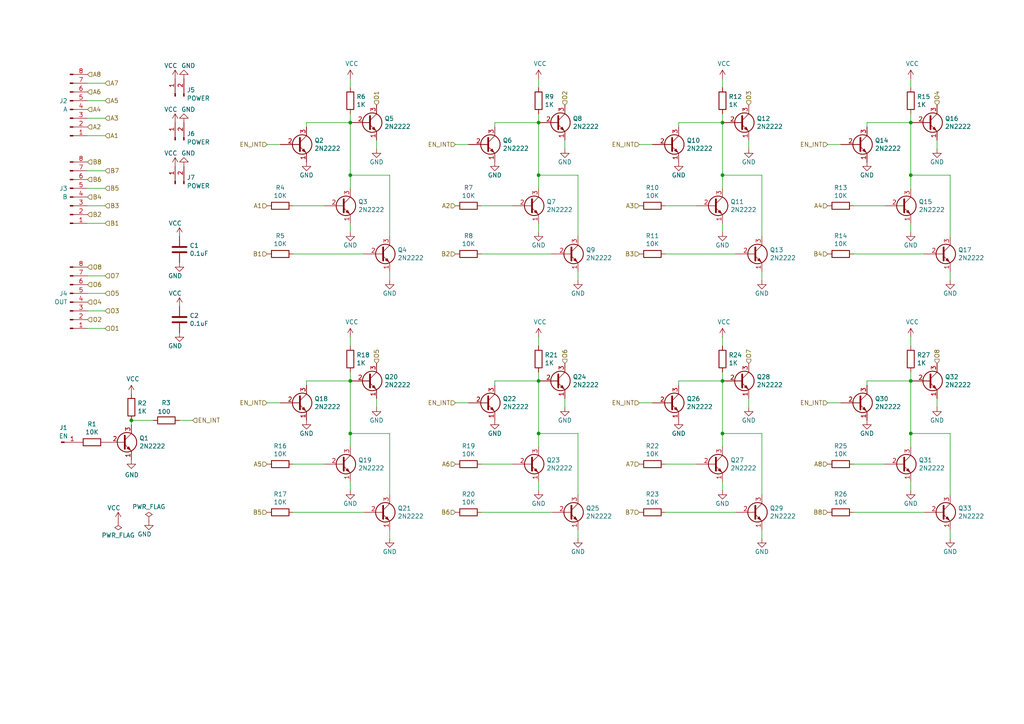
<source format=kicad_sch>
(kicad_sch (version 20230121) (generator eeschema)
  (paper "A4")
  (title_block (title "8-bit OR with Bus Output") (date "2023-09-21") (rev "1"))
  (lib_symbols
    (symbol "2n2222:2N2222" (pin_names (offset 0) hide)
      (property "Reference" "Q" (at 5.08 1.905 0))
      (property "Value" "2N2222" (at 5.08 0 0))
      (symbol "2N2222_0_1"
        (polyline (pts (xy 0.635 0.635) (xy 2.54 2.54)))
        (polyline (pts (xy 0.635 -0.635) (xy 2.54 -2.54) (xy 2.54 -2.54)))
        (polyline (pts (xy 0.635 1.905) (xy 0.635 -1.905) (xy 0.635 -1.905)) (stroke (width 0.508)))
        (polyline (pts (xy 1.27 -1.778) (xy 1.778 -1.27) (xy 2.286 -2.286) (xy 1.27 -1.778) (xy 1.27 -1.778)) (fill (type outline)))
        (circle (center 1.27 0) (radius 2.8194) (stroke (width 0.254)))
      )
      (symbol "2N2222_1_1"
        (pin passive line (at 2.54 -5.08 90) (length 2.54) (name "E") (number "1"))
        (pin passive line (at -5.08 0 0) (length 5.715) (name "B") (number "2"))
        (pin passive line (at 2.54 5.08 270) (length 2.54) (name "C") (number "3"))
      )
    )
    (symbol "Connector:Conn_01x01_Pin" (pin_names (offset 1.016) hide)
      (property "Reference" "J" (at 0 2.54 0))
      (property "Value" "Conn_01x01_Pin" (at 0 -2.54 0))
      (symbol "Conn_01x01_Pin_1_1"
        (polyline (pts (xy 1.27 0) (xy 0.8636 0)) (stroke (width 0.1524)))
        (rectangle (start 0.8636 0.127) (end 0 -0.127) (stroke (width 0.1524)) (fill (type outline)))
        (pin passive line (at 5.08 0 180) (length 3.81) (name "Pin_1") (number "1"))
      )
    )
    (symbol "Connector:Conn_01x02_Pin" (pin_names (offset 1.016) hide)
      (property "Reference" "J" (at 0 2.54 0))
      (property "Value" "Conn_01x02_Pin" (at 0 -5.08 0))
      (symbol "Conn_01x02_Pin_1_1"
        (polyline (pts (xy 1.27 -2.54) (xy 0.8636 -2.54)) (stroke (width 0.1524)))
        (polyline (pts (xy 1.27 0) (xy 0.8636 0)) (stroke (width 0.1524)))
        (rectangle (start 0.8636 -2.413) (end 0 -2.667) (stroke (width 0.1524)) (fill (type outline)))
        (rectangle (start 0.8636 0.127) (end 0 -0.127) (stroke (width 0.1524)) (fill (type outline)))
        (pin passive line (at 5.08 0 180) (length 3.81) (name "Pin_1") (number "1"))
        (pin passive line (at 5.08 -2.54 180) (length 3.81) (name "Pin_2") (number "2"))
      )
    )
    (symbol "Connector:Conn_01x08_Pin" (pin_names (offset 1.016) hide)
      (property "Reference" "J" (at 0 10.16 0))
      (property "Value" "Conn_01x08_Pin" (at 0 -12.7 0))
      (symbol "Conn_01x08_Pin_1_1"
        (polyline (pts (xy 1.27 -10.16) (xy 0.8636 -10.16)) (stroke (width 0.1524)))
        (polyline (pts (xy 1.27 -7.62) (xy 0.8636 -7.62)) (stroke (width 0.1524)))
        (polyline (pts (xy 1.27 -5.08) (xy 0.8636 -5.08)) (stroke (width 0.1524)))
        (polyline (pts (xy 1.27 -2.54) (xy 0.8636 -2.54)) (stroke (width 0.1524)))
        (polyline (pts (xy 1.27 0) (xy 0.8636 0)) (stroke (width 0.1524)))
        (polyline (pts (xy 1.27 2.54) (xy 0.8636 2.54)) (stroke (width 0.1524)))
        (polyline (pts (xy 1.27 5.08) (xy 0.8636 5.08)) (stroke (width 0.1524)))
        (polyline (pts (xy 1.27 7.62) (xy 0.8636 7.62)) (stroke (width 0.1524)))
        (rectangle (start 0.8636 -10.033) (end 0 -10.287) (stroke (width 0.1524)) (fill (type outline)))
        (rectangle (start 0.8636 -7.493) (end 0 -7.747) (stroke (width 0.1524)) (fill (type outline)))
        (rectangle (start 0.8636 -4.953) (end 0 -5.207) (stroke (width 0.1524)) (fill (type outline)))
        (rectangle (start 0.8636 -2.413) (end 0 -2.667) (stroke (width 0.1524)) (fill (type outline)))
        (rectangle (start 0.8636 0.127) (end 0 -0.127) (stroke (width 0.1524)) (fill (type outline)))
        (rectangle (start 0.8636 2.667) (end 0 2.413) (stroke (width 0.1524)) (fill (type outline)))
        (rectangle (start 0.8636 5.207) (end 0 4.953) (stroke (width 0.1524)) (fill (type outline)))
        (rectangle (start 0.8636 7.747) (end 0 7.493) (stroke (width 0.1524)) (fill (type outline)))
        (pin passive line (at 5.08 7.62 180) (length 3.81) (name "Pin_1") (number "1"))
        (pin passive line (at 5.08 5.08 180) (length 3.81) (name "Pin_2") (number "2"))
        (pin passive line (at 5.08 2.54 180) (length 3.81) (name "Pin_3") (number "3"))
        (pin passive line (at 5.08 0 180) (length 3.81) (name "Pin_4") (number "4"))
        (pin passive line (at 5.08 -2.54 180) (length 3.81) (name "Pin_5") (number "5"))
        (pin passive line (at 5.08 -5.08 180) (length 3.81) (name "Pin_6") (number "6"))
        (pin passive line (at 5.08 -7.62 180) (length 3.81) (name "Pin_7") (number "7"))
        (pin passive line (at 5.08 -10.16 180) (length 3.81) (name "Pin_8") (number "8"))
      )
    )
    (symbol "Device:C" (pin_numbers hide) (pin_names (offset 0.254))
      (property "Reference" "C" (at 0.635 2.54 0))
      (property "Value" "C" (at 0.635 -2.54 0))
      (symbol "C_0_1"
        (polyline (pts (xy -2.032 -0.762) (xy 2.032 -0.762)) (stroke (width 0.508)))
        (polyline (pts (xy -2.032 0.762) (xy 2.032 0.762)) (stroke (width 0.508)))
      )
      (symbol "C_1_1"
        (pin passive line (at 0 3.81 270) (length 2.794) (name "~") (number "1"))
        (pin passive line (at 0 -3.81 90) (length 2.794) (name "~") (number "2"))
      )
    )
    (symbol "Device:R" (pin_numbers hide) (pin_names (offset 0))
      (property "Reference" "R" (at 2.032 0 90))
      (property "Value" "R" (at 0 0 90))
      (symbol "R_0_1"
        (rectangle (start -1.016 -2.54) (end 1.016 2.54) (stroke (width 0.254)))
      )
      (symbol "R_1_1"
        (pin passive line (at 0 3.81 270) (length 1.27) (name "~") (number "1"))
        (pin passive line (at 0 -3.81 90) (length 1.27) (name "~") (number "2"))
      )
    )
    (symbol "power:GND" (power) (pin_names (offset 0))
      (property "Value" "GND" (at 0 -3.81 0))
      (symbol "GND_0_1"
        (polyline (pts (xy 0 0) (xy 0 -1.27) (xy 1.27 -1.27) (xy 0 -2.54) (xy -1.27 -1.27) (xy 0 -1.27)))
      )
      (symbol "GND_1_1"
        (pin power_in line (at 0 0 270) (length 0) hide (name "GND") (number "1"))
      )
    )
    (symbol "power:PWR_FLAG" (power) (pin_numbers hide) (pin_names (offset 0) hide)
      (property "Value" "PWR_FLAG" (at 0 3.81 0))
      (symbol "PWR_FLAG_0_0"
        (pin power_out line (at 0 0 90) (length 0) (name "pwr") (number "1"))
      )
      (symbol "PWR_FLAG_0_1"
        (polyline (pts (xy 0 0) (xy 0 1.27) (xy -1.016 1.905) (xy 0 2.54) (xy 1.016 1.905) (xy 0 1.27)))
      )
    )
    (symbol "power:VCC" (power) (pin_names (offset 0))
      (property "Value" "VCC" (at 0 3.81 0))
      (symbol "VCC_0_1"
        (polyline (pts (xy -0.762 1.27) (xy 0 2.54)))
        (polyline (pts (xy 0 0) (xy 0 2.54)))
        (polyline (pts (xy 0 2.54) (xy 0.762 1.27)))
      )
      (symbol "VCC_1_1"
        (pin power_in line (at 0 0 90) (length 0) hide (name "VCC") (number "1"))
      )
    )
  )
  (junction (at 209.55 50.8))
  (junction (at 264.16 50.8))
  (junction (at 101.6 110.49))
  (junction (at 264.16 35.56))
  (junction (at 209.55 125.73))
  (junction (at 101.6 50.8))
  (junction (at 156.21 50.8))
  (junction (at 38.1 121.92))
  (junction (at 101.6 125.73))
  (junction (at 209.55 110.49))
  (junction (at 264.16 110.49))
  (junction (at 209.55 35.56))
  (junction (at 156.21 125.73))
  (junction (at 264.16 125.73))
  (junction (at 101.6 35.56))
  (junction (at 156.21 35.56))
  (junction (at 156.21 110.49))
  (wire (pts (xy 196.85 35.56) (xy 196.85 36.83)))
  (wire (pts (xy 185.42 116.84) (xy 189.23 116.84)))
  (wire (pts (xy 156.21 110.49) (xy 143.51 110.49)))
  (wire (pts (xy 85.09 59.69) (xy 93.98 59.69)))
  (wire (pts (xy 271.78 40.64) (xy 271.78 43.18)))
  (wire (pts (xy 220.98 143.51) (xy 220.98 125.73)))
  (wire (pts (xy 209.55 97.79) (xy 209.55 100.33)))
  (wire (pts (xy 156.21 35.56) (xy 156.21 50.8)))
  (wire (pts (xy 101.6 125.73) (xy 101.6 129.54)))
  (wire (pts (xy 193.04 148.59) (xy 213.36 148.59)))
  (wire (pts (xy 217.17 40.64) (xy 217.17 43.18)))
  (wire (pts (xy 240.03 41.91) (xy 243.84 41.91)))
  (wire (pts (xy 163.83 40.64) (xy 163.83 43.18)))
  (wire (pts (xy 196.85 110.49) (xy 196.85 111.76)))
  (wire (pts (xy 275.59 143.51) (xy 275.59 125.73)))
  (wire (pts (xy 156.21 139.7) (xy 156.21 142.24)))
  (wire (pts (xy 264.16 110.49) (xy 264.16 125.73)))
  (wire (pts (xy 247.65 73.66) (xy 267.97 73.66)))
  (wire (pts (xy 156.21 110.49) (xy 156.21 125.73)))
  (wire (pts (xy 113.03 153.67) (xy 113.03 156.21)))
  (wire (pts (xy 101.6 97.79) (xy 101.6 100.33)))
  (wire (pts (xy 25.4 39.37) (xy 30.48 39.37)))
  (wire (pts (xy 139.7 59.69) (xy 148.59 59.69)))
  (wire (pts (xy 167.64 50.8) (xy 156.21 50.8)))
  (wire (pts (xy 25.4 80.01) (xy 30.48 80.01)))
  (wire (pts (xy 167.64 143.51) (xy 167.64 125.73)))
  (wire (pts (xy 85.09 134.62) (xy 93.98 134.62)))
  (wire (pts (xy 167.64 78.74) (xy 167.64 81.28)))
  (wire (pts (xy 101.6 64.77) (xy 101.6 67.31)))
  (wire (pts (xy 101.6 35.56) (xy 88.9 35.56)))
  (wire (pts (xy 77.47 41.91) (xy 81.28 41.91)))
  (wire (pts (xy 101.6 110.49) (xy 88.9 110.49)))
  (wire (pts (xy 156.21 107.95) (xy 156.21 110.49)))
  (wire (pts (xy 240.03 116.84) (xy 243.84 116.84)))
  (wire (pts (xy 220.98 78.74) (xy 220.98 81.28)))
  (wire (pts (xy 220.98 68.58) (xy 220.98 50.8)))
  (wire (pts (xy 101.6 110.49) (xy 101.6 125.73)))
  (wire (pts (xy 167.64 153.67) (xy 167.64 156.21)))
  (wire (pts (xy 156.21 22.86) (xy 156.21 25.4)))
  (wire (pts (xy 209.55 64.77) (xy 209.55 67.31)))
  (wire (pts (xy 85.09 148.59) (xy 105.41 148.59)))
  (wire (pts (xy 25.4 85.09) (xy 30.48 85.09)))
  (wire (pts (xy 109.22 115.57) (xy 109.22 118.11)))
  (wire (pts (xy 264.16 33.02) (xy 264.16 35.56)))
  (wire (pts (xy 88.9 110.49) (xy 88.9 111.76)))
  (wire (pts (xy 209.55 35.56) (xy 209.55 50.8)))
  (wire (pts (xy 275.59 78.74) (xy 275.59 81.28)))
  (wire (pts (xy 247.65 148.59) (xy 267.97 148.59)))
  (wire (pts (xy 88.9 35.56) (xy 88.9 36.83)))
  (wire (pts (xy 209.55 110.49) (xy 209.55 125.73)))
  (wire (pts (xy 25.4 34.29) (xy 30.48 34.29)))
  (wire (pts (xy 25.4 64.77) (xy 30.48 64.77)))
  (wire (pts (xy 251.46 110.49) (xy 251.46 111.76)))
  (wire (pts (xy 101.6 50.8) (xy 101.6 54.61)))
  (wire (pts (xy 113.03 78.74) (xy 113.03 81.28)))
  (wire (pts (xy 167.64 68.58) (xy 167.64 50.8)))
  (wire (pts (xy 113.03 125.73) (xy 101.6 125.73)))
  (wire (pts (xy 156.21 50.8) (xy 156.21 54.61)))
  (wire (pts (xy 52.07 121.92) (xy 55.88 121.92)))
  (wire (pts (xy 271.78 115.57) (xy 271.78 118.11)))
  (wire (pts (xy 275.59 50.8) (xy 264.16 50.8)))
  (wire (pts (xy 101.6 35.56) (xy 101.6 50.8)))
  (wire (pts (xy 251.46 35.56) (xy 251.46 36.83)))
  (wire (pts (xy 113.03 143.51) (xy 113.03 125.73)))
  (wire (pts (xy 109.22 40.64) (xy 109.22 43.18)))
  (wire (pts (xy 217.17 115.57) (xy 217.17 118.11)))
  (wire (pts (xy 209.55 22.86) (xy 209.55 25.4)))
  (wire (pts (xy 132.08 41.91) (xy 135.89 41.91)))
  (wire (pts (xy 156.21 64.77) (xy 156.21 67.31)))
  (wire (pts (xy 163.83 115.57) (xy 163.83 118.11)))
  (wire (pts (xy 113.03 68.58) (xy 113.03 50.8)))
  (wire (pts (xy 209.55 110.49) (xy 196.85 110.49)))
  (wire (pts (xy 264.16 50.8) (xy 264.16 54.61)))
  (wire (pts (xy 209.55 139.7) (xy 209.55 142.24)))
  (wire (pts (xy 193.04 59.69) (xy 201.93 59.69)))
  (wire (pts (xy 275.59 125.73) (xy 264.16 125.73)))
  (wire (pts (xy 264.16 97.79) (xy 264.16 100.33)))
  (wire (pts (xy 156.21 125.73) (xy 156.21 129.54)))
  (wire (pts (xy 220.98 153.67) (xy 220.98 156.21)))
  (wire (pts (xy 85.09 73.66) (xy 105.41 73.66)))
  (wire (pts (xy 25.4 95.25) (xy 30.48 95.25)))
  (wire (pts (xy 139.7 148.59) (xy 160.02 148.59)))
  (wire (pts (xy 139.7 73.66) (xy 160.02 73.66)))
  (wire (pts (xy 264.16 35.56) (xy 264.16 50.8)))
  (wire (pts (xy 25.4 54.61) (xy 30.48 54.61)))
  (wire (pts (xy 209.55 35.56) (xy 196.85 35.56)))
  (wire (pts (xy 247.65 134.62) (xy 256.54 134.62)))
  (wire (pts (xy 264.16 107.95) (xy 264.16 110.49)))
  (wire (pts (xy 101.6 33.02) (xy 101.6 35.56)))
  (wire (pts (xy 209.55 50.8) (xy 209.55 54.61)))
  (wire (pts (xy 132.08 116.84) (xy 135.89 116.84)))
  (wire (pts (xy 143.51 110.49) (xy 143.51 111.76)))
  (wire (pts (xy 275.59 153.67) (xy 275.59 156.21)))
  (wire (pts (xy 25.4 24.13) (xy 30.48 24.13)))
  (wire (pts (xy 101.6 107.95) (xy 101.6 110.49)))
  (wire (pts (xy 220.98 125.73) (xy 209.55 125.73)))
  (wire (pts (xy 264.16 64.77) (xy 264.16 67.31)))
  (wire (pts (xy 143.51 35.56) (xy 143.51 36.83)))
  (wire (pts (xy 77.47 116.84) (xy 81.28 116.84)))
  (wire (pts (xy 101.6 22.86) (xy 101.6 25.4)))
  (wire (pts (xy 101.6 139.7) (xy 101.6 142.24)))
  (wire (pts (xy 193.04 73.66) (xy 213.36 73.66)))
  (wire (pts (xy 264.16 22.86) (xy 264.16 25.4)))
  (wire (pts (xy 25.4 59.69) (xy 30.48 59.69)))
  (wire (pts (xy 185.42 41.91) (xy 189.23 41.91)))
  (wire (pts (xy 25.4 29.21) (xy 30.48 29.21)))
  (wire (pts (xy 193.04 134.62) (xy 201.93 134.62)))
  (wire (pts (xy 220.98 50.8) (xy 209.55 50.8)))
  (wire (pts (xy 209.55 107.95) (xy 209.55 110.49)))
  (wire (pts (xy 167.64 125.73) (xy 156.21 125.73)))
  (wire (pts (xy 264.16 125.73) (xy 264.16 129.54)))
  (wire (pts (xy 209.55 125.73) (xy 209.55 129.54)))
  (wire (pts (xy 264.16 110.49) (xy 251.46 110.49)))
  (wire (pts (xy 264.16 139.7) (xy 264.16 142.24)))
  (wire (pts (xy 113.03 50.8) (xy 101.6 50.8)))
  (wire (pts (xy 275.59 68.58) (xy 275.59 50.8)))
  (wire (pts (xy 209.55 33.02) (xy 209.55 35.56)))
  (wire (pts (xy 156.21 33.02) (xy 156.21 35.56)))
  (wire (pts (xy 139.7 134.62) (xy 148.59 134.62)))
  (wire (pts (xy 25.4 49.53) (xy 30.48 49.53)))
  (wire (pts (xy 247.65 59.69) (xy 256.54 59.69)))
  (wire (pts (xy 38.1 123.19) (xy 38.1 121.92)))
  (wire (pts (xy 25.4 90.17) (xy 30.48 90.17)))
  (wire (pts (xy 156.21 97.79) (xy 156.21 100.33)))
  (wire (pts (xy 156.21 35.56) (xy 143.51 35.56)))
  (wire (pts (xy 38.1 121.92) (xy 44.45 121.92)))
  (wire (pts (xy 264.16 35.56) (xy 251.46 35.56)))
  (hierarchical_label "EN_INT" (shape input) (at 240.03 41.91 180))
  (hierarchical_label "B1" (shape input) (at 77.47 73.66 180))
  (hierarchical_label "B4" (shape input) (at 25.4 57.15 0))
  (hierarchical_label "A6" (shape input) (at 25.4 26.67 0))
  (hierarchical_label "B6" (shape input) (at 132.08 148.59 180))
  (hierarchical_label "B3" (shape input) (at 185.42 73.66 180))
  (hierarchical_label "EN_INT" (shape input) (at 132.08 41.91 180))
  (hierarchical_label "A7" (shape input) (at 30.48 24.13 0))
  (hierarchical_label "A7" (shape input) (at 185.42 134.62 180))
  (hierarchical_label "EN_INT" (shape input) (at 132.08 116.84 180))
  (hierarchical_label "A8" (shape input) (at 25.4 21.59 0))
  (hierarchical_label "A1" (shape input) (at 30.48 39.37 0))
  (hierarchical_label "A2" (shape input) (at 25.4 36.83 0))
  (hierarchical_label "B3" (shape input) (at 30.48 59.69 0))
  (hierarchical_label "A3" (shape input) (at 185.42 59.69 180))
  (hierarchical_label "B7" (shape input) (at 185.42 148.59 180))
  (hierarchical_label "B2" (shape input) (at 25.4 62.23 0))
  (hierarchical_label "O8" (shape input) (at 271.78 105.41 90))
  (hierarchical_label "O1" (shape input) (at 109.22 30.48 90))
  (hierarchical_label "A4" (shape input) (at 240.03 59.69 180))
  (hierarchical_label "A3" (shape input) (at 30.48 34.29 0))
  (hierarchical_label "EN_INT" (shape input) (at 55.88 121.92 0))
  (hierarchical_label "A6" (shape input) (at 132.08 134.62 180))
  (hierarchical_label "B5" (shape input) (at 30.48 54.61 0))
  (hierarchical_label "EN_INT" (shape input) (at 77.47 116.84 180))
  (hierarchical_label "B1" (shape input) (at 30.48 64.77 0))
  (hierarchical_label "O1" (shape input) (at 30.48 95.25 0))
  (hierarchical_label "B8" (shape input) (at 240.03 148.59 180))
  (hierarchical_label "O6" (shape input) (at 163.83 105.41 90))
  (hierarchical_label "B4" (shape input) (at 240.03 73.66 180))
  (hierarchical_label "O4" (shape input) (at 25.4 87.63 0))
  (hierarchical_label "O5" (shape input) (at 30.48 85.09 0))
  (hierarchical_label "O4" (shape input) (at 271.78 30.48 90))
  (hierarchical_label "O3" (shape input) (at 217.17 30.48 90))
  (hierarchical_label "B8" (shape input) (at 25.4 46.99 0))
  (hierarchical_label "B2" (shape input) (at 132.08 73.66 180))
  (hierarchical_label "O5" (shape input) (at 109.22 105.41 90))
  (hierarchical_label "A8" (shape input) (at 240.03 134.62 180))
  (hierarchical_label "A1" (shape input) (at 77.47 59.69 180))
  (hierarchical_label "EN_INT" (shape input) (at 77.47 41.91 180))
  (hierarchical_label "O2" (shape input) (at 25.4 92.71 0))
  (hierarchical_label "B7" (shape input) (at 30.48 49.53 0))
  (hierarchical_label "O8" (shape input) (at 25.4 77.47 0))
  (hierarchical_label "B5" (shape input) (at 77.47 148.59 180))
  (hierarchical_label "O3" (shape input) (at 30.48 90.17 0))
  (hierarchical_label "B6" (shape input) (at 25.4 52.07 0))
  (hierarchical_label "A5" (shape input) (at 77.47 134.62 180))
  (hierarchical_label "O6" (shape input) (at 25.4 82.55 0))
  (hierarchical_label "A4" (shape input) (at 25.4 31.75 0))
  (hierarchical_label "EN_INT" (shape input) (at 240.03 116.84 180))
  (hierarchical_label "O7" (shape input) (at 217.17 105.41 90))
  (hierarchical_label "A2" (shape input) (at 132.08 59.69 180))
  (hierarchical_label "EN_INT" (shape input) (at 185.42 116.84 180))
  (hierarchical_label "A5" (shape input) (at 30.48 29.21 0))
  (hierarchical_label "O2" (shape input) (at 163.83 30.48 90))
  (hierarchical_label "O7" (shape input) (at 30.48 80.01 0))
  (hierarchical_label "EN_INT" (shape input) (at 185.42 41.91 180))
  (symbol (lib_id "Device:R") (at 81.28 134.62 270) (unit 1)
    (property "Reference" "R16" (at 81.28 129.3622 90))
    (property "Value" "10K" (at 81.28 131.6736 90))
    (property "Footprint" "Resistor_THT:R_Axial_DIN0309_L9.0mm_D3.2mm_P12.70mm_Horizontal" (effects hide))
  )
  (symbol (lib_id "Device:R") (at 209.55 104.14 180) (unit 1)
    (property "Reference" "R24" (at 211.328 102.9716 0) (effects (justify right)))
    (property "Value" "1K" (at 211.328 105.283 0) (effects (justify right)))
    (property "Footprint" "Resistor_THT:R_Axial_DIN0309_L9.0mm_D3.2mm_P12.70mm_Horizontal" (effects hide))
  )
  (symbol (lib_id "power:GND") (at 143.51 121.92 0) (unit 1)
    (property "Reference" "#PWR038" (effects hide))
    (property "Value" "GND" (at 143.51 125.73 0))
  )
  (symbol (lib_id "Device:R") (at 135.89 148.59 270) (unit 1)
    (property "Reference" "R20" (at 135.89 143.3322 90))
    (property "Value" "10K" (at 135.89 145.6436 90))
    (property "Footprint" "Resistor_THT:R_Axial_DIN0309_L9.0mm_D3.2mm_P12.70mm_Horizontal" (effects hide))
  )
  (symbol (lib_id "power:GND") (at 143.51 46.99 0) (unit 1)
    (property "Reference" "#PWR018" (effects hide))
    (property "Value" "GND" (at 143.51 50.8 0))
  )
  (symbol (lib_id "2n2222:2N2222") (at 218.44 148.59 0) (unit 1)
    (property "Reference" "Q29" (at 223.266 147.4216 0) (effects (justify left)))
    (property "Value" "2N2222" (at 223.266 149.733 0) (effects (justify left)))
    (property "Footprint" "Package_TO_SOT_THT:TO-92_Inline" (effects hide))
    (property "Datasheet" "https://www.fairchildsemi.com/datasheets/2N/2N3904.pdf" (effects hide))
  )
  (symbol (lib_id "power:VCC") (at 52.07 88.9 0) (unit 1)
    (property "Reference" "#PWR08" (effects hide))
    (property "Value" "VCC" (at 50.8 85.09 0))
  )
  (symbol (lib_id "power:VCC") (at 50.8 22.86 0) (unit 1)
    (property "Reference" "#PWR03" (effects hide))
    (property "Value" "VCC" (at 49.53 19.05 0))
  )
  (symbol (lib_id "Device:R") (at 189.23 134.62 270) (unit 1)
    (property "Reference" "R22" (at 189.23 129.3622 90))
    (property "Value" "10K" (at 189.23 131.6736 90))
    (property "Footprint" "Resistor_THT:R_Axial_DIN0309_L9.0mm_D3.2mm_P12.70mm_Horizontal" (effects hide))
  )
  (symbol (lib_id "power:VCC") (at 34.29 151.13 0) (unit 1)
    (property "Reference" "#PWR053" (effects hide))
    (property "Value" "VCC" (at 33.02 147.32 0))
  )
  (symbol (lib_id "2n2222:2N2222") (at 140.97 41.91 0) (unit 1)
    (property "Reference" "Q6" (at 145.796 40.7416 0) (effects (justify left)))
    (property "Value" "2N2222" (at 145.796 43.053 0) (effects (justify left)))
    (property "Footprint" "Package_TO_SOT_THT:TO-92_Inline" (effects hide))
    (property "Datasheet" "https://www.fairchildsemi.com/datasheets/2N/2N3904.pdf" (effects hide))
  )
  (symbol (lib_id "2n2222:2N2222") (at 194.31 41.91 0) (unit 1)
    (property "Reference" "Q10" (at 199.136 40.7416 0) (effects (justify left)))
    (property "Value" "2N2222" (at 199.136 43.053 0) (effects (justify left)))
    (property "Footprint" "Package_TO_SOT_THT:TO-92_Inline" (effects hide))
    (property "Datasheet" "https://www.fairchildsemi.com/datasheets/2N/2N3904.pdf" (effects hide))
  )
  (symbol (lib_id "Device:R") (at 243.84 73.66 270) (unit 1)
    (property "Reference" "R14" (at 243.84 68.4022 90))
    (property "Value" "10K" (at 243.84 70.7136 90))
    (property "Footprint" "Resistor_THT:R_Axial_DIN0309_L9.0mm_D3.2mm_P12.70mm_Horizontal" (effects hide))
  )
  (symbol (lib_id "2n2222:2N2222") (at 153.67 59.69 0) (unit 1)
    (property "Reference" "Q7" (at 158.496 58.5216 0) (effects (justify left)))
    (property "Value" "2N2222" (at 158.496 60.833 0) (effects (justify left)))
    (property "Footprint" "Package_TO_SOT_THT:TO-92_Inline" (effects hide))
    (property "Datasheet" "https://www.fairchildsemi.com/datasheets/2N/2N3904.pdf" (effects hide))
  )
  (symbol (lib_id "power:GND") (at 196.85 121.92 0) (unit 1)
    (property "Reference" "#PWR043" (effects hide))
    (property "Value" "GND" (at 196.85 125.73 0))
  )
  (symbol (lib_id "Device:R") (at 101.6 104.14 180) (unit 1)
    (property "Reference" "R18" (at 103.378 102.9716 0) (effects (justify right)))
    (property "Value" "1K" (at 103.378 105.283 0) (effects (justify right)))
    (property "Footprint" "Resistor_THT:R_Axial_DIN0309_L9.0mm_D3.2mm_P12.70mm_Horizontal" (effects hide))
  )
  (symbol (lib_id "power:VCC") (at 38.1 114.3 0) (unit 1)
    (property "Reference" "#PWR01" (effects hide))
    (property "Value" "VCC" (at 38.5318 109.9058 0))
  )
  (symbol (lib_id "power:GND") (at 163.83 43.18 0) (unit 1)
    (property "Reference" "#PWR021" (effects hide))
    (property "Value" "GND" (at 163.83 46.99 0))
  )
  (symbol (lib_id "power:GND") (at 88.9 46.99 0) (unit 1)
    (property "Reference" "#PWR013" (effects hide))
    (property "Value" "GND" (at 88.9 50.8 0))
  )
  (symbol (lib_id "Device:R") (at 81.28 59.69 270) (unit 1)
    (property "Reference" "R4" (at 81.28 54.4322 90))
    (property "Value" "10K" (at 81.28 56.7436 90))
    (property "Footprint" "Resistor_THT:R_Axial_DIN0309_L9.0mm_D3.2mm_P12.70mm_Horizontal" (effects hide))
  )
  (symbol (lib_id "2n2222:2N2222") (at 110.49 73.66 0) (unit 1)
    (property "Reference" "Q4" (at 115.316 72.4916 0) (effects (justify left)))
    (property "Value" "2N2222" (at 115.316 74.803 0) (effects (justify left)))
    (property "Footprint" "Package_TO_SOT_THT:TO-92_Inline" (effects hide))
    (property "Datasheet" "https://www.fairchildsemi.com/datasheets/2N/2N3904.pdf" (effects hide))
  )
  (symbol (lib_id "2n2222:2N2222") (at 214.63 110.49 0) (unit 1)
    (property "Reference" "Q28" (at 219.456 109.3216 0) (effects (justify left)))
    (property "Value" "2N2222" (at 219.456 111.633 0) (effects (justify left)))
    (property "Footprint" "Package_TO_SOT_THT:TO-92_Inline" (effects hide))
    (property "Datasheet" "https://www.fairchildsemi.com/datasheets/2N/2N3904.pdf" (effects hide))
  )
  (symbol (lib_id "2n2222:2N2222") (at 161.29 110.49 0) (unit 1)
    (property "Reference" "Q24" (at 166.116 109.3216 0) (effects (justify left)))
    (property "Value" "2N2222" (at 166.116 111.633 0) (effects (justify left)))
    (property "Footprint" "Package_TO_SOT_THT:TO-92_Inline" (effects hide))
    (property "Datasheet" "https://www.fairchildsemi.com/datasheets/2N/2N3904.pdf" (effects hide))
  )
  (symbol (lib_id "power:PWR_FLAG") (at 43.18 151.13 0) (unit 1)
    (property "Reference" "#FLG02" (effects hide))
    (property "Value" "PWR_FLAG" (at 43.18 146.9969 0))
  )
  (symbol (lib_id "2n2222:2N2222") (at 273.05 148.59 0) (unit 1)
    (property "Reference" "Q33" (at 277.876 147.4216 0) (effects (justify left)))
    (property "Value" "2N2222" (at 277.876 149.733 0) (effects (justify left)))
    (property "Footprint" "Package_TO_SOT_THT:TO-92_Inline" (effects hide))
    (property "Datasheet" "https://www.fairchildsemi.com/datasheets/2N/2N3904.pdf" (effects hide))
  )
  (symbol (lib_id "2n2222:2N2222") (at 99.06 134.62 0) (unit 1)
    (property "Reference" "Q19" (at 103.886 133.4516 0) (effects (justify left)))
    (property "Value" "2N2222" (at 103.886 135.763 0) (effects (justify left)))
    (property "Footprint" "Package_TO_SOT_THT:TO-92_Inline" (effects hide))
    (property "Datasheet" "https://www.fairchildsemi.com/datasheets/2N/2N3904.pdf" (effects hide))
  )
  (symbol (lib_id "2n2222:2N2222") (at 35.56 128.27 0) (unit 1)
    (property "Reference" "Q1" (at 40.386 127.1016 0) (effects (justify left)))
    (property "Value" "2N2222" (at 40.386 129.413 0) (effects (justify left)))
    (property "Footprint" "Package_TO_SOT_THT:TO-92_Inline" (effects hide))
    (property "Datasheet" "https://www.fairchildsemi.com/datasheets/2N/2N3904.pdf" (effects hide))
  )
  (symbol (lib_id "power:GND") (at 163.83 118.11 0) (unit 1)
    (property "Reference" "#PWR041" (effects hide))
    (property "Value" "GND" (at 163.83 121.92 0))
  )
  (symbol (lib_id "2n2222:2N2222") (at 161.29 35.56 0) (unit 1)
    (property "Reference" "Q8" (at 166.116 34.3916 0) (effects (justify left)))
    (property "Value" "2N2222" (at 166.116 36.703 0) (effects (justify left)))
    (property "Footprint" "Package_TO_SOT_THT:TO-92_Inline" (effects hide))
    (property "Datasheet" "https://www.fairchildsemi.com/datasheets/2N/2N3904.pdf" (effects hide))
  )
  (symbol (lib_id "2n2222:2N2222") (at 261.62 59.69 0) (unit 1)
    (property "Reference" "Q15" (at 266.446 58.5216 0) (effects (justify left)))
    (property "Value" "2N2222" (at 266.446 60.833 0) (effects (justify left)))
    (property "Footprint" "Package_TO_SOT_THT:TO-92_Inline" (effects hide))
    (property "Datasheet" "https://www.fairchildsemi.com/datasheets/2N/2N3904.pdf" (effects hide))
  )
  (symbol (lib_id "power:GND") (at 220.98 156.21 0) (unit 1)
    (property "Reference" "#PWR047" (effects hide))
    (property "Value" "GND" (at 220.98 160.02 0))
  )
  (symbol (lib_id "Device:R") (at 135.89 134.62 270) (unit 1)
    (property "Reference" "R19" (at 135.89 129.3622 90))
    (property "Value" "10K" (at 135.89 131.6736 90))
    (property "Footprint" "Resistor_THT:R_Axial_DIN0309_L9.0mm_D3.2mm_P12.70mm_Horizontal" (effects hide))
  )
  (symbol (lib_id "power:PWR_FLAG") (at 34.29 151.13 180) (unit 1)
    (property "Reference" "#FLG01" (effects hide))
    (property "Value" "PWR_FLAG" (at 34.29 155.2631 0))
  )
  (symbol (lib_id "Device:R") (at 243.84 148.59 270) (unit 1)
    (property "Reference" "R26" (at 243.84 143.3322 90))
    (property "Value" "10K" (at 243.84 145.6436 90))
    (property "Footprint" "Resistor_THT:R_Axial_DIN0309_L9.0mm_D3.2mm_P12.70mm_Horizontal" (effects hide))
  )
  (symbol (lib_id "power:GND") (at 217.17 43.18 0) (unit 1)
    (property "Reference" "#PWR026" (effects hide))
    (property "Value" "GND" (at 217.17 46.99 0))
  )
  (symbol (lib_id "power:VCC") (at 209.55 22.86 0) (unit 1)
    (property "Reference" "#PWR024" (effects hide))
    (property "Value" "VCC" (at 209.9818 18.4658 0))
  )
  (symbol (lib_id "power:GND") (at 52.07 76.2 0) (unit 1)
    (property "Reference" "#PWR07" (effects hide))
    (property "Value" "GND" (at 50.8 80.01 0))
  )
  (symbol (lib_id "power:GND") (at 52.07 96.52 0) (unit 1)
    (property "Reference" "#PWR09" (effects hide))
    (property "Value" "GND" (at 50.8 100.33 0))
  )
  (symbol (lib_id "power:GND") (at 167.64 81.28 0) (unit 1)
    (property "Reference" "#PWR022" (effects hide))
    (property "Value" "GND" (at 167.64 85.09 0))
  )
  (symbol (lib_id "power:VCC") (at 52.07 68.58 0) (unit 1)
    (property "Reference" "#PWR06" (effects hide))
    (property "Value" "VCC" (at 50.8 64.77 0))
  )
  (symbol (lib_id "power:GND") (at 38.1 133.35 0) (unit 1)
    (property "Reference" "#PWR02" (effects hide))
    (property "Value" "GND" (at 38.227 137.7442 0))
  )
  (symbol (lib_id "power:GND") (at 43.18 151.13 0) (unit 1)
    (property "Reference" "#PWR054" (effects hide))
    (property "Value" "GND" (at 41.91 154.94 0))
  )
  (symbol (lib_id "Device:R") (at 26.67 128.27 270) (unit 1)
    (property "Reference" "R1" (at 26.67 123.0122 90))
    (property "Value" "10K" (at 26.67 125.3236 90))
    (property "Footprint" "Resistor_THT:R_Axial_DIN0309_L9.0mm_D3.2mm_P12.70mm_Horizontal" (effects hide))
  )
  (symbol (lib_id "2n2222:2N2222") (at 248.92 41.91 0) (unit 1)
    (property "Reference" "Q14" (at 253.746 40.7416 0) (effects (justify left)))
    (property "Value" "2N2222" (at 253.746 43.053 0) (effects (justify left)))
    (property "Footprint" "Package_TO_SOT_THT:TO-92_Inline" (effects hide))
    (property "Datasheet" "https://www.fairchildsemi.com/datasheets/2N/2N3904.pdf" (effects hide))
  )
  (symbol (lib_id "2n2222:2N2222") (at 261.62 134.62 0) (unit 1)
    (property "Reference" "Q31" (at 266.446 133.4516 0) (effects (justify left)))
    (property "Value" "2N2222" (at 266.446 135.763 0) (effects (justify left)))
    (property "Footprint" "Package_TO_SOT_THT:TO-92_Inline" (effects hide))
    (property "Datasheet" "https://www.fairchildsemi.com/datasheets/2N/2N3904.pdf" (effects hide))
  )
  (symbol (lib_id "2n2222:2N2222") (at 214.63 35.56 0) (unit 1)
    (property "Reference" "Q12" (at 219.456 34.3916 0) (effects (justify left)))
    (property "Value" "2N2222" (at 219.456 36.703 0) (effects (justify left)))
    (property "Footprint" "Package_TO_SOT_THT:TO-92_Inline" (effects hide))
    (property "Datasheet" "https://www.fairchildsemi.com/datasheets/2N/2N3904.pdf" (effects hide))
  )
  (symbol (lib_id "power:VCC") (at 156.21 22.86 0) (unit 1)
    (property "Reference" "#PWR019" (effects hide))
    (property "Value" "VCC" (at 156.6418 18.4658 0))
  )
  (symbol (lib_id "Device:R") (at 156.21 104.14 180) (unit 1)
    (property "Reference" "R21" (at 157.988 102.9716 0) (effects (justify right)))
    (property "Value" "1K" (at 157.988 105.283 0) (effects (justify right)))
    (property "Footprint" "Resistor_THT:R_Axial_DIN0309_L9.0mm_D3.2mm_P12.70mm_Horizontal" (effects hide))
  )
  (symbol (lib_id "power:GND") (at 264.16 67.31 0) (unit 1)
    (property "Reference" "#PWR030" (effects hide))
    (property "Value" "GND" (at 264.16 71.12 0))
  )
  (symbol (lib_id "power:GND") (at 156.21 67.31 0) (unit 1)
    (property "Reference" "#PWR020" (effects hide))
    (property "Value" "GND" (at 156.21 71.12 0))
  )
  (symbol (lib_id "2n2222:2N2222") (at 165.1 148.59 0) (unit 1)
    (property "Reference" "Q25" (at 169.926 147.4216 0) (effects (justify left)))
    (property "Value" "2N2222" (at 169.926 149.733 0) (effects (justify left)))
    (property "Footprint" "Package_TO_SOT_THT:TO-92_Inline" (effects hide))
    (property "Datasheet" "https://www.fairchildsemi.com/datasheets/2N/2N3904.pdf" (effects hide))
  )
  (symbol (lib_id "Device:R") (at 189.23 59.69 270) (unit 1)
    (property "Reference" "R10" (at 189.23 54.4322 90))
    (property "Value" "10K" (at 189.23 56.7436 90))
    (property "Footprint" "Resistor_THT:R_Axial_DIN0309_L9.0mm_D3.2mm_P12.70mm_Horizontal" (effects hide))
  )
  (symbol (lib_id "Connector:Conn_01x08_Pin") (at 20.32 57.15 0) (mirror x) (unit 1)
    (property "Reference" "J3" (at 19.6088 54.6679 0) (effects (justify right)))
    (property "Value" "B" (at 19.6088 57.0921 0) (effects (justify right)))
    (property "Footprint" "Connector_PinHeader_2.54mm:PinHeader_1x08_P2.54mm_Vertical" (effects hide))
  )
  (symbol (lib_id "power:VCC") (at 209.55 97.79 0) (unit 1)
    (property "Reference" "#PWR044" (effects hide))
    (property "Value" "VCC" (at 209.9818 93.3958 0))
  )
  (symbol (lib_id "2n2222:2N2222") (at 269.24 35.56 0) (unit 1)
    (property "Reference" "Q16" (at 274.066 34.3916 0) (effects (justify left)))
    (property "Value" "2N2222" (at 274.066 36.703 0) (effects (justify left)))
    (property "Footprint" "Package_TO_SOT_THT:TO-92_Inline" (effects hide))
    (property "Datasheet" "https://www.fairchildsemi.com/datasheets/2N/2N3904.pdf" (effects hide))
  )
  (symbol (lib_id "power:VCC") (at 156.21 97.79 0) (unit 1)
    (property "Reference" "#PWR039" (effects hide))
    (property "Value" "VCC" (at 156.6418 93.3958 0))
  )
  (symbol (lib_id "2n2222:2N2222") (at 248.92 116.84 0) (unit 1)
    (property "Reference" "Q30" (at 253.746 115.6716 0) (effects (justify left)))
    (property "Value" "2N2222" (at 253.746 117.983 0) (effects (justify left)))
    (property "Footprint" "Package_TO_SOT_THT:TO-92_Inline" (effects hide))
    (property "Datasheet" "https://www.fairchildsemi.com/datasheets/2N/2N3904.pdf" (effects hide))
  )
  (symbol (lib_id "Device:R") (at 48.26 121.92 270) (unit 1)
    (property "Reference" "R3" (at 49.53 116.84 90) (effects (justify right)))
    (property "Value" "100" (at 49.53 119.38 90) (effects (justify right)))
    (property "Footprint" "Resistor_THT:R_Axial_DIN0309_L9.0mm_D3.2mm_P12.70mm_Horizontal" (effects hide))
  )
  (symbol (lib_id "2n2222:2N2222") (at 140.97 116.84 0) (unit 1)
    (property "Reference" "Q22" (at 145.796 115.6716 0) (effects (justify left)))
    (property "Value" "2N2222" (at 145.796 117.983 0) (effects (justify left)))
    (property "Footprint" "Package_TO_SOT_THT:TO-92_Inline" (effects hide))
    (property "Datasheet" "https://www.fairchildsemi.com/datasheets/2N/2N3904.pdf" (effects hide))
  )
  (symbol (lib_id "Device:R") (at 81.28 148.59 270) (unit 1)
    (property "Reference" "R17" (at 81.28 143.3322 90))
    (property "Value" "10K" (at 81.28 145.6436 90))
    (property "Footprint" "Resistor_THT:R_Axial_DIN0309_L9.0mm_D3.2mm_P12.70mm_Horizontal" (effects hide))
  )
  (symbol (lib_id "power:GND") (at 156.21 142.24 0) (unit 1)
    (property "Reference" "#PWR040" (effects hide))
    (property "Value" "GND" (at 156.21 146.05 0))
  )
  (symbol (lib_id "power:GND") (at 271.78 118.11 0) (unit 1)
    (property "Reference" "#PWR051" (effects hide))
    (property "Value" "GND" (at 271.78 121.92 0))
  )
  (symbol (lib_id "2n2222:2N2222") (at 207.01 59.69 0) (unit 1)
    (property "Reference" "Q11" (at 211.836 58.5216 0) (effects (justify left)))
    (property "Value" "2N2222" (at 211.836 60.833 0) (effects (justify left)))
    (property "Footprint" "Package_TO_SOT_THT:TO-92_Inline" (effects hide))
    (property "Datasheet" "https://www.fairchildsemi.com/datasheets/2N/2N3904.pdf" (effects hide))
  )
  (symbol (lib_id "2n2222:2N2222") (at 273.05 73.66 0) (unit 1)
    (property "Reference" "Q17" (at 277.876 72.4916 0) (effects (justify left)))
    (property "Value" "2N2222" (at 277.876 74.803 0) (effects (justify left)))
    (property "Footprint" "Package_TO_SOT_THT:TO-92_Inline" (effects hide))
    (property "Datasheet" "https://www.fairchildsemi.com/datasheets/2N/2N3904.pdf" (effects hide))
  )
  (symbol (lib_id "Connector:Conn_01x02_Pin") (at 50.8 27.94 90) (unit 1)
    (property "Reference" "J5" (at 54.1782 26.0929 90) (effects (justify right)))
    (property "Value" "POWER" (at 54.1782 28.5171 90) (effects (justify right)))
    (property "Footprint" "Connector_PinHeader_2.54mm:PinHeader_1x02_P2.54mm_Vertical" (effects hide))
  )
  (symbol (lib_id "power:GND") (at 220.98 81.28 0) (unit 1)
    (property "Reference" "#PWR027" (effects hide))
    (property "Value" "GND" (at 220.98 85.09 0))
  )
  (symbol (lib_id "power:GND") (at 113.03 156.21 0) (unit 1)
    (property "Reference" "#PWR037" (effects hide))
    (property "Value" "GND" (at 113.03 160.02 0))
  )
  (symbol (lib_id "Device:R") (at 189.23 148.59 270) (unit 1)
    (property "Reference" "R23" (at 189.23 143.3322 90))
    (property "Value" "10K" (at 189.23 145.6436 90))
    (property "Footprint" "Resistor_THT:R_Axial_DIN0309_L9.0mm_D3.2mm_P12.70mm_Horizontal" (effects hide))
  )
  (symbol (lib_id "Device:C") (at 52.07 92.71 0) (unit 1)
    (property "Reference" "C2" (at 54.991 91.5416 0) (effects (justify left)))
    (property "Value" "0.1uF" (at 54.991 93.853 0) (effects (justify left)))
    (property "Footprint" "Capacitor_THT:C_Disc_D4.3mm_W1.9mm_P5.00mm" (effects hide))
  )
  (symbol (lib_id "power:GND") (at 275.59 156.21 0) (unit 1)
    (property "Reference" "#PWR052" (effects hide))
    (property "Value" "GND" (at 275.59 160.02 0))
  )
  (symbol (lib_id "2n2222:2N2222") (at 99.06 59.69 0) (unit 1)
    (property "Reference" "Q3" (at 103.886 58.5216 0) (effects (justify left)))
    (property "Value" "2N2222" (at 103.886 60.833 0) (effects (justify left)))
    (property "Footprint" "Package_TO_SOT_THT:TO-92_Inline" (effects hide))
    (property "Datasheet" "https://www.fairchildsemi.com/datasheets/2N/2N3904.pdf" (effects hide))
  )
  (symbol (lib_id "Device:R") (at 135.89 59.69 270) (unit 1)
    (property "Reference" "R7" (at 135.89 54.4322 90))
    (property "Value" "10K" (at 135.89 56.7436 90))
    (property "Footprint" "Resistor_THT:R_Axial_DIN0309_L9.0mm_D3.2mm_P12.70mm_Horizontal" (effects hide))
  )
  (symbol (lib_id "power:GND") (at 275.59 81.28 0) (unit 1)
    (property "Reference" "#PWR032" (effects hide))
    (property "Value" "GND" (at 275.59 85.09 0))
  )
  (symbol (lib_id "power:GND") (at 209.55 67.31 0) (unit 1)
    (property "Reference" "#PWR025" (effects hide))
    (property "Value" "GND" (at 209.55 71.12 0))
  )
  (symbol (lib_id "Device:C") (at 52.07 72.39 0) (unit 1)
    (property "Reference" "C1" (at 54.991 71.2216 0) (effects (justify left)))
    (property "Value" "0.1uF" (at 54.991 73.533 0) (effects (justify left)))
    (property "Footprint" "Capacitor_THT:C_Disc_D4.3mm_W1.9mm_P5.00mm" (effects hide))
  )
  (symbol (lib_id "power:GND") (at 113.03 81.28 0) (unit 1)
    (property "Reference" "#PWR015" (effects hide))
    (property "Value" "GND" (at 113.03 85.09 0))
  )
  (symbol (lib_id "power:GND") (at 251.46 46.99 0) (unit 1)
    (property "Reference" "#PWR028" (effects hide))
    (property "Value" "GND" (at 251.46 50.8 0))
  )
  (symbol (lib_id "Device:R") (at 264.16 104.14 180) (unit 1)
    (property "Reference" "R27" (at 265.938 102.9716 0) (effects (justify right)))
    (property "Value" "1K" (at 265.938 105.283 0) (effects (justify right)))
    (property "Footprint" "Resistor_THT:R_Axial_DIN0309_L9.0mm_D3.2mm_P12.70mm_Horizontal" (effects hide))
  )
  (symbol (lib_id "power:GND") (at 109.22 43.18 0) (unit 1)
    (property "Reference" "#PWR016" (effects hide))
    (property "Value" "GND" (at 109.22 46.99 0))
  )
  (symbol (lib_id "Connector:Conn_01x08_Pin") (at 20.32 87.63 0) (mirror x) (unit 1)
    (property "Reference" "J4" (at 19.6088 85.1479 0) (effects (justify right)))
    (property "Value" "OUT" (at 19.6088 87.5721 0) (effects (justify right)))
    (property "Footprint" "Connector_PinHeader_2.54mm:PinHeader_1x08_P2.54mm_Vertical" (effects hide))
  )
  (symbol (lib_id "2n2222:2N2222") (at 106.68 110.49 0) (unit 1)
    (property "Reference" "Q20" (at 111.506 109.3216 0) (effects (justify left)))
    (property "Value" "2N2222" (at 111.506 111.633 0) (effects (justify left)))
    (property "Footprint" "Package_TO_SOT_THT:TO-92_Inline" (effects hide))
    (property "Datasheet" "https://www.fairchildsemi.com/datasheets/2N/2N3904.pdf" (effects hide))
  )
  (symbol (lib_id "Device:R") (at 101.6 29.21 180) (unit 1)
    (property "Reference" "R6" (at 103.378 28.0416 0) (effects (justify right)))
    (property "Value" "1K" (at 103.378 30.353 0) (effects (justify right)))
    (property "Footprint" "Resistor_THT:R_Axial_DIN0309_L9.0mm_D3.2mm_P12.70mm_Horizontal" (effects hide))
  )
  (symbol (lib_id "2n2222:2N2222") (at 110.49 148.59 0) (unit 1)
    (property "Reference" "Q21" (at 115.316 147.4216 0) (effects (justify left)))
    (property "Value" "2N2222" (at 115.316 149.733 0) (effects (justify left)))
    (property "Footprint" "Package_TO_SOT_THT:TO-92_Inline" (effects hide))
    (property "Datasheet" "https://www.fairchildsemi.com/datasheets/2N/2N3904.pdf" (effects hide))
  )
  (symbol (lib_id "power:GND") (at 251.46 121.92 0) (unit 1)
    (property "Reference" "#PWR048" (effects hide))
    (property "Value" "GND" (at 251.46 125.73 0))
  )
  (symbol (lib_id "power:VCC") (at 101.6 22.86 0) (unit 1)
    (property "Reference" "#PWR014" (effects hide))
    (property "Value" "VCC" (at 102.0318 18.4658 0))
  )
  (symbol (lib_id "power:GND") (at 88.9 121.92 0) (unit 1)
    (property "Reference" "#PWR033" (effects hide))
    (property "Value" "GND" (at 88.9 125.73 0))
  )
  (symbol (lib_id "Connector:Conn_01x02_Pin") (at 50.8 40.64 90) (unit 1)
    (property "Reference" "J6" (at 54.1782 38.7929 90) (effects (justify right)))
    (property "Value" "POWER" (at 54.1782 41.2171 90) (effects (justify right)))
    (property "Footprint" "Connector_PinHeader_2.54mm:PinHeader_1x02_P2.54mm_Vertical" (effects hide))
  )
  (symbol (lib_id "Device:R") (at 243.84 134.62 270) (unit 1)
    (property "Reference" "R25" (at 243.84 129.3622 90))
    (property "Value" "10K" (at 243.84 131.6736 90))
    (property "Footprint" "Resistor_THT:R_Axial_DIN0309_L9.0mm_D3.2mm_P12.70mm_Horizontal" (effects hide))
  )
  (symbol (lib_id "power:VCC") (at 50.8 35.56 0) (unit 1)
    (property "Reference" "#PWR04" (effects hide))
    (property "Value" "VCC" (at 49.53 31.75 0))
  )
  (symbol (lib_id "Connector:Conn_01x08_Pin") (at 20.32 31.75 0) (mirror x) (unit 1)
    (property "Reference" "J2" (at 19.6088 29.2679 0) (effects (justify right)))
    (property "Value" "A" (at 19.6088 31.6921 0) (effects (justify right)))
    (property "Footprint" "Connector_PinHeader_2.54mm:PinHeader_1x08_P2.54mm_Vertical" (effects hide))
  )
  (symbol (lib_id "2n2222:2N2222") (at 269.24 110.49 0) (unit 1)
    (property "Reference" "Q32" (at 274.066 109.3216 0) (effects (justify left)))
    (property "Value" "2N2222" (at 274.066 111.633 0) (effects (justify left)))
    (property "Footprint" "Package_TO_SOT_THT:TO-92_Inline" (effects hide))
    (property "Datasheet" "https://www.fairchildsemi.com/datasheets/2N/2N3904.pdf" (effects hide))
  )
  (symbol (lib_id "Device:R") (at 38.1 118.11 180) (unit 1)
    (property "Reference" "R2" (at 39.878 116.9416 0) (effects (justify right)))
    (property "Value" "1K" (at 39.878 119.253 0) (effects (justify right)))
    (property "Footprint" "Resistor_THT:R_Axial_DIN0309_L9.0mm_D3.2mm_P12.70mm_Horizontal" (effects hide))
  )
  (symbol (lib_id "Device:R") (at 243.84 59.69 270) (unit 1)
    (property "Reference" "R13" (at 243.84 54.4322 90))
    (property "Value" "10K" (at 243.84 56.7436 90))
    (property "Footprint" "Resistor_THT:R_Axial_DIN0309_L9.0mm_D3.2mm_P12.70mm_Horizontal" (effects hide))
  )
  (symbol (lib_id "Device:R") (at 81.28 73.66 270) (unit 1)
    (property "Reference" "R5" (at 81.28 68.4022 90))
    (property "Value" "10K" (at 81.28 70.7136 90))
    (property "Footprint" "Resistor_THT:R_Axial_DIN0309_L9.0mm_D3.2mm_P12.70mm_Horizontal" (effects hide))
  )
  (symbol (lib_id "power:VCC") (at 101.6 97.79 0) (unit 1)
    (property "Reference" "#PWR034" (effects hide))
    (property "Value" "VCC" (at 102.0318 93.3958 0))
  )
  (symbol (lib_id "power:VCC") (at 264.16 97.79 0) (unit 1)
    (property "Reference" "#PWR049" (effects hide))
    (property "Value" "VCC" (at 264.5918 93.3958 0))
  )
  (symbol (lib_id "2n2222:2N2222") (at 106.68 35.56 0) (unit 1)
    (property "Reference" "Q5" (at 111.506 34.3916 0) (effects (justify left)))
    (property "Value" "2N2222" (at 111.506 36.703 0) (effects (justify left)))
    (property "Footprint" "Package_TO_SOT_THT:TO-92_Inline" (effects hide))
    (property "Datasheet" "https://www.fairchildsemi.com/datasheets/2N/2N3904.pdf" (effects hide))
  )
  (symbol (lib_id "Device:R") (at 189.23 73.66 270) (unit 1)
    (property "Reference" "R11" (at 189.23 68.4022 90))
    (property "Value" "10K" (at 189.23 70.7136 90))
    (property "Footprint" "Resistor_THT:R_Axial_DIN0309_L9.0mm_D3.2mm_P12.70mm_Horizontal" (effects hide))
  )
  (symbol (lib_id "2n2222:2N2222") (at 165.1 73.66 0) (unit 1)
    (property "Reference" "Q9" (at 169.926 72.4916 0) (effects (justify left)))
    (property "Value" "2N2222" (at 169.926 74.803 0) (effects (justify left)))
    (property "Footprint" "Package_TO_SOT_THT:TO-92_Inline" (effects hide))
    (property "Datasheet" "https://www.fairchildsemi.com/datasheets/2N/2N3904.pdf" (effects hide))
  )
  (symbol (lib_id "2n2222:2N2222") (at 153.67 134.62 0) (unit 1)
    (property "Reference" "Q23" (at 158.496 133.4516 0) (effects (justify left)))
    (property "Value" "2N2222" (at 158.496 135.763 0) (effects (justify left)))
    (property "Footprint" "Package_TO_SOT_THT:TO-92_Inline" (effects hide))
    (property "Datasheet" "https://www.fairchildsemi.com/datasheets/2N/2N3904.pdf" (effects hide))
  )
  (symbol (lib_id "power:VCC") (at 50.8 48.26 0) (unit 1)
    (property "Reference" "#PWR05" (effects hide))
    (property "Value" "VCC" (at 49.53 44.45 0))
  )
  (symbol (lib_id "power:GND") (at 53.34 48.26 180) (unit 1)
    (property "Reference" "#PWR012" (effects hide))
    (property "Value" "GND" (at 54.61 44.45 0))
  )
  (symbol (lib_id "power:GND") (at 101.6 67.31 0) (unit 1)
    (property "Reference" "#PWR017" (effects hide))
    (property "Value" "GND" (at 101.6 71.12 0))
  )
  (symbol (lib_id "power:GND") (at 264.16 142.24 0) (unit 1)
    (property "Reference" "#PWR050" (effects hide))
    (property "Value" "GND" (at 264.16 146.05 0))
  )
  (symbol (lib_id "Device:R") (at 156.21 29.21 180) (unit 1)
    (property "Reference" "R9" (at 157.988 28.0416 0) (effects (justify right)))
    (property "Value" "1K" (at 157.988 30.353 0) (effects (justify right)))
    (property "Footprint" "Resistor_THT:R_Axial_DIN0309_L9.0mm_D3.2mm_P12.70mm_Horizontal" (effects hide))
  )
  (symbol (lib_id "Connector:Conn_01x01_Pin") (at 17.78 128.27 0) (unit 1)
    (property "Reference" "J1" (at 18.415 124.0495 0))
    (property "Value" "EN" (at 18.415 126.4737 0))
    (property "Footprint" "Connector_PinHeader_2.54mm:PinHeader_1x01_P2.54mm_Vertical" (effects hide))
  )
  (symbol (lib_id "power:GND") (at 53.34 22.86 180) (unit 1)
    (property "Reference" "#PWR010" (effects hide))
    (property "Value" "GND" (at 54.61 19.05 0))
  )
  (symbol (lib_id "Device:R") (at 135.89 73.66 270) (unit 1)
    (property "Reference" "R8" (at 135.89 68.4022 90))
    (property "Value" "10K" (at 135.89 70.7136 90))
    (property "Footprint" "Resistor_THT:R_Axial_DIN0309_L9.0mm_D3.2mm_P12.70mm_Horizontal" (effects hide))
  )
  (symbol (lib_id "power:GND") (at 53.34 35.56 180) (unit 1)
    (property "Reference" "#PWR011" (effects hide))
    (property "Value" "GND" (at 54.61 31.75 0))
  )
  (symbol (lib_id "2n2222:2N2222") (at 207.01 134.62 0) (unit 1)
    (property "Reference" "Q27" (at 211.836 133.4516 0) (effects (justify left)))
    (property "Value" "2N2222" (at 211.836 135.763 0) (effects (justify left)))
    (property "Footprint" "Package_TO_SOT_THT:TO-92_Inline" (effects hide))
    (property "Datasheet" "https://www.fairchildsemi.com/datasheets/2N/2N3904.pdf" (effects hide))
  )
  (symbol (lib_id "Device:R") (at 264.16 29.21 180) (unit 1)
    (property "Reference" "R15" (at 265.938 28.0416 0) (effects (justify right)))
    (property "Value" "1K" (at 265.938 30.353 0) (effects (justify right)))
    (property "Footprint" "Resistor_THT:R_Axial_DIN0309_L9.0mm_D3.2mm_P12.70mm_Horizontal" (effects hide))
  )
  (symbol (lib_id "power:GND") (at 167.64 156.21 0) (unit 1)
    (property "Reference" "#PWR042" (effects hide))
    (property "Value" "GND" (at 167.64 160.02 0))
  )
  (symbol (lib_id "power:GND") (at 217.17 118.11 0) (unit 1)
    (property "Reference" "#PWR046" (effects hide))
    (property "Value" "GND" (at 217.17 121.92 0))
  )
  (symbol (lib_id "power:GND") (at 271.78 43.18 0) (unit 1)
    (property "Reference" "#PWR031" (effects hide))
    (property "Value" "GND" (at 271.78 46.99 0))
  )
  (symbol (lib_id "2n2222:2N2222") (at 194.31 116.84 0) (unit 1)
    (property "Reference" "Q26" (at 199.136 115.6716 0) (effects (justify left)))
    (property "Value" "2N2222" (at 199.136 117.983 0) (effects (justify left)))
    (property "Footprint" "Package_TO_SOT_THT:TO-92_Inline" (effects hide))
    (property "Datasheet" "https://www.fairchildsemi.com/datasheets/2N/2N3904.pdf" (effects hide))
  )
  (symbol (lib_id "power:GND") (at 196.85 46.99 0) (unit 1)
    (property "Reference" "#PWR023" (effects hide))
    (property "Value" "GND" (at 196.85 50.8 0))
  )
  (symbol (lib_id "Device:R") (at 209.55 29.21 180) (unit 1)
    (property "Reference" "R12" (at 211.328 28.0416 0) (effects (justify right)))
    (property "Value" "1K" (at 211.328 30.353 0) (effects (justify right)))
    (property "Footprint" "Resistor_THT:R_Axial_DIN0309_L9.0mm_D3.2mm_P12.70mm_Horizontal" (effects hide))
  )
  (symbol (lib_id "2n2222:2N2222") (at 86.36 116.84 0) (unit 1)
    (property "Reference" "Q18" (at 91.186 115.6716 0) (effects (justify left)))
    (property "Value" "2N2222" (at 91.186 117.983 0) (effects (justify left)))
    (property "Footprint" "Package_TO_SOT_THT:TO-92_Inline" (effects hide))
    (property "Datasheet" "https://www.fairchildsemi.com/datasheets/2N/2N3904.pdf" (effects hide))
  )
  (symbol (lib_id "Connector:Conn_01x02_Pin") (at 50.8 53.34 90) (unit 1)
    (property "Reference" "J7" (at 54.1782 51.4929 90) (effects (justify right)))
    (property "Value" "POWER" (at 54.1782 53.9171 90) (effects (justify right)))
    (property "Footprint" "Connector_PinHeader_2.54mm:PinHeader_1x02_P2.54mm_Vertical" (effects hide))
  )
  (symbol (lib_id "power:GND") (at 109.22 118.11 0) (unit 1)
    (property "Reference" "#PWR036" (effects hide))
    (property "Value" "GND" (at 109.22 121.92 0))
  )
  (symbol (lib_id "2n2222:2N2222") (at 86.36 41.91 0) (unit 1)
    (property "Reference" "Q2" (at 91.186 40.7416 0) (effects (justify left)))
    (property "Value" "2N2222" (at 91.186 43.053 0) (effects (justify left)))
    (property "Footprint" "Package_TO_SOT_THT:TO-92_Inline" (effects hide))
    (property "Datasheet" "https://www.fairchildsemi.com/datasheets/2N/2N3904.pdf" (effects hide))
  )
  (symbol (lib_id "2n2222:2N2222") (at 218.44 73.66 0) (unit 1)
    (property "Reference" "Q13" (at 223.266 72.4916 0) (effects (justify left)))
    (property "Value" "2N2222" (at 223.266 74.803 0) (effects (justify left)))
    (property "Footprint" "Package_TO_SOT_THT:TO-92_Inline" (effects hide))
    (property "Datasheet" "https://www.fairchildsemi.com/datasheets/2N/2N3904.pdf" (effects hide))
  )
  (symbol (lib_id "power:GND") (at 209.55 142.24 0) (unit 1)
    (property "Reference" "#PWR045" (effects hide))
    (property "Value" "GND" (at 209.55 146.05 0))
  )
  (symbol (lib_id "power:VCC") (at 264.16 22.86 0) (unit 1)
    (property "Reference" "#PWR029" (effects hide))
    (property "Value" "VCC" (at 264.5918 18.4658 0))
  )
  (symbol (lib_id "power:GND") (at 101.6 142.24 0) (unit 1)
    (property "Reference" "#PWR035" (effects hide))
    (property "Value" "GND" (at 101.6 146.05 0))
  )
)
</source>
